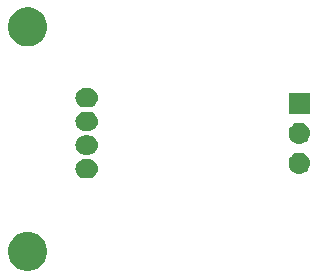
<source format=gbs>
G04 #@! TF.GenerationSoftware,KiCad,Pcbnew,(5.1.2)-1*
G04 #@! TF.CreationDate,2022-08-21T12:43:38+09:00*
G04 #@! TF.ProjectId,conv,636f6e76-2e6b-4696-9361-645f70636258,v1.1*
G04 #@! TF.SameCoordinates,Original*
G04 #@! TF.FileFunction,Soldermask,Bot*
G04 #@! TF.FilePolarity,Negative*
%FSLAX46Y46*%
G04 Gerber Fmt 4.6, Leading zero omitted, Abs format (unit mm)*
G04 Created by KiCad (PCBNEW (5.1.2)-1) date 2022-08-21 12:43:38*
%MOMM*%
%LPD*%
G04 APERTURE LIST*
%ADD10C,0.100000*%
G04 APERTURE END LIST*
D10*
G36*
X103375256Y-110391298D02*
G01*
X103481579Y-110412447D01*
X103782042Y-110536903D01*
X104052451Y-110717585D01*
X104282415Y-110947549D01*
X104463097Y-111217958D01*
X104587553Y-111518421D01*
X104651000Y-111837391D01*
X104651000Y-112162609D01*
X104587553Y-112481579D01*
X104463097Y-112782042D01*
X104282415Y-113052451D01*
X104052451Y-113282415D01*
X103782042Y-113463097D01*
X103481579Y-113587553D01*
X103375256Y-113608702D01*
X103162611Y-113651000D01*
X102837389Y-113651000D01*
X102624744Y-113608702D01*
X102518421Y-113587553D01*
X102217958Y-113463097D01*
X101947549Y-113282415D01*
X101717585Y-113052451D01*
X101536903Y-112782042D01*
X101412447Y-112481579D01*
X101349000Y-112162609D01*
X101349000Y-111837391D01*
X101412447Y-111518421D01*
X101536903Y-111217958D01*
X101717585Y-110947549D01*
X101947549Y-110717585D01*
X102217958Y-110536903D01*
X102518421Y-110412447D01*
X102624744Y-110391298D01*
X102837389Y-110349000D01*
X103162611Y-110349000D01*
X103375256Y-110391298D01*
X103375256Y-110391298D01*
G37*
G36*
X108217747Y-104190921D02*
G01*
X108297376Y-104198764D01*
X108450627Y-104245252D01*
X108450630Y-104245253D01*
X108591863Y-104320744D01*
X108715659Y-104422341D01*
X108817256Y-104546137D01*
X108892747Y-104687370D01*
X108892748Y-104687373D01*
X108939236Y-104840624D01*
X108954933Y-105000000D01*
X108939236Y-105159376D01*
X108932923Y-105180186D01*
X108892747Y-105312630D01*
X108817256Y-105453863D01*
X108715659Y-105577659D01*
X108591863Y-105679256D01*
X108450630Y-105754747D01*
X108450627Y-105754748D01*
X108297376Y-105801236D01*
X108217747Y-105809079D01*
X108177934Y-105813000D01*
X107822066Y-105813000D01*
X107782253Y-105809079D01*
X107702624Y-105801236D01*
X107549373Y-105754748D01*
X107549370Y-105754747D01*
X107408137Y-105679256D01*
X107284341Y-105577659D01*
X107182744Y-105453863D01*
X107107253Y-105312630D01*
X107067077Y-105180186D01*
X107060764Y-105159376D01*
X107045067Y-105000000D01*
X107060764Y-104840624D01*
X107107252Y-104687373D01*
X107107253Y-104687370D01*
X107182744Y-104546137D01*
X107284341Y-104422341D01*
X107408137Y-104320744D01*
X107549370Y-104245253D01*
X107549373Y-104245252D01*
X107702624Y-104198764D01*
X107782253Y-104190921D01*
X107822066Y-104187000D01*
X108177934Y-104187000D01*
X108217747Y-104190921D01*
X108217747Y-104190921D01*
G37*
G36*
X126110442Y-103645518D02*
G01*
X126176627Y-103652037D01*
X126346466Y-103703557D01*
X126502991Y-103787222D01*
X126520067Y-103801236D01*
X126640186Y-103899814D01*
X126723448Y-104001271D01*
X126752778Y-104037009D01*
X126752779Y-104037011D01*
X126832951Y-104187000D01*
X126836443Y-104193534D01*
X126887963Y-104363373D01*
X126905359Y-104540000D01*
X126887963Y-104716627D01*
X126836443Y-104886466D01*
X126752778Y-105042991D01*
X126723448Y-105078729D01*
X126640186Y-105180186D01*
X126538729Y-105263448D01*
X126502991Y-105292778D01*
X126346466Y-105376443D01*
X126176627Y-105427963D01*
X126110443Y-105434481D01*
X126044260Y-105441000D01*
X125955740Y-105441000D01*
X125889557Y-105434481D01*
X125823373Y-105427963D01*
X125653534Y-105376443D01*
X125497009Y-105292778D01*
X125461271Y-105263448D01*
X125359814Y-105180186D01*
X125276552Y-105078729D01*
X125247222Y-105042991D01*
X125163557Y-104886466D01*
X125112037Y-104716627D01*
X125094641Y-104540000D01*
X125112037Y-104363373D01*
X125163557Y-104193534D01*
X125167050Y-104187000D01*
X125247221Y-104037011D01*
X125247222Y-104037009D01*
X125276552Y-104001271D01*
X125359814Y-103899814D01*
X125479933Y-103801236D01*
X125497009Y-103787222D01*
X125653534Y-103703557D01*
X125823373Y-103652037D01*
X125889558Y-103645518D01*
X125955740Y-103639000D01*
X126044260Y-103639000D01*
X126110442Y-103645518D01*
X126110442Y-103645518D01*
G37*
G36*
X108217747Y-102190921D02*
G01*
X108297376Y-102198764D01*
X108450627Y-102245252D01*
X108450630Y-102245253D01*
X108591863Y-102320744D01*
X108715659Y-102422341D01*
X108817256Y-102546137D01*
X108892747Y-102687370D01*
X108892748Y-102687373D01*
X108939236Y-102840624D01*
X108954933Y-103000000D01*
X108939236Y-103159376D01*
X108892748Y-103312627D01*
X108892747Y-103312630D01*
X108817256Y-103453863D01*
X108715659Y-103577659D01*
X108591863Y-103679256D01*
X108450630Y-103754747D01*
X108450627Y-103754748D01*
X108297376Y-103801236D01*
X108217747Y-103809079D01*
X108177934Y-103813000D01*
X107822066Y-103813000D01*
X107782253Y-103809079D01*
X107702624Y-103801236D01*
X107549373Y-103754748D01*
X107549370Y-103754747D01*
X107408137Y-103679256D01*
X107284341Y-103577659D01*
X107182744Y-103453863D01*
X107107253Y-103312630D01*
X107107252Y-103312627D01*
X107060764Y-103159376D01*
X107045067Y-103000000D01*
X107060764Y-102840624D01*
X107107252Y-102687373D01*
X107107253Y-102687370D01*
X107182744Y-102546137D01*
X107284341Y-102422341D01*
X107408137Y-102320744D01*
X107549370Y-102245253D01*
X107549373Y-102245252D01*
X107702624Y-102198764D01*
X107782253Y-102190921D01*
X107822066Y-102187000D01*
X108177934Y-102187000D01*
X108217747Y-102190921D01*
X108217747Y-102190921D01*
G37*
G36*
X126110442Y-101105518D02*
G01*
X126176627Y-101112037D01*
X126346466Y-101163557D01*
X126502991Y-101247222D01*
X126538729Y-101276552D01*
X126640186Y-101359814D01*
X126717369Y-101453863D01*
X126752778Y-101497009D01*
X126836443Y-101653534D01*
X126887963Y-101823373D01*
X126905359Y-102000000D01*
X126887963Y-102176627D01*
X126836443Y-102346466D01*
X126752778Y-102502991D01*
X126723448Y-102538729D01*
X126640186Y-102640186D01*
X126538729Y-102723448D01*
X126502991Y-102752778D01*
X126346466Y-102836443D01*
X126176627Y-102887963D01*
X126110443Y-102894481D01*
X126044260Y-102901000D01*
X125955740Y-102901000D01*
X125889558Y-102894482D01*
X125823373Y-102887963D01*
X125653534Y-102836443D01*
X125497009Y-102752778D01*
X125461271Y-102723448D01*
X125359814Y-102640186D01*
X125276552Y-102538729D01*
X125247222Y-102502991D01*
X125163557Y-102346466D01*
X125112037Y-102176627D01*
X125094641Y-102000000D01*
X125112037Y-101823373D01*
X125163557Y-101653534D01*
X125247222Y-101497009D01*
X125282631Y-101453863D01*
X125359814Y-101359814D01*
X125461271Y-101276552D01*
X125497009Y-101247222D01*
X125653534Y-101163557D01*
X125823373Y-101112037D01*
X125889558Y-101105518D01*
X125955740Y-101099000D01*
X126044260Y-101099000D01*
X126110442Y-101105518D01*
X126110442Y-101105518D01*
G37*
G36*
X108217747Y-100190921D02*
G01*
X108297376Y-100198764D01*
X108450627Y-100245252D01*
X108450630Y-100245253D01*
X108591863Y-100320744D01*
X108715659Y-100422341D01*
X108817256Y-100546137D01*
X108892747Y-100687370D01*
X108892748Y-100687373D01*
X108939236Y-100840624D01*
X108954933Y-101000000D01*
X108939236Y-101159376D01*
X108912588Y-101247222D01*
X108892747Y-101312630D01*
X108817256Y-101453863D01*
X108715659Y-101577659D01*
X108591863Y-101679256D01*
X108450630Y-101754747D01*
X108450627Y-101754748D01*
X108297376Y-101801236D01*
X108217747Y-101809079D01*
X108177934Y-101813000D01*
X107822066Y-101813000D01*
X107782253Y-101809079D01*
X107702624Y-101801236D01*
X107549373Y-101754748D01*
X107549370Y-101754747D01*
X107408137Y-101679256D01*
X107284341Y-101577659D01*
X107182744Y-101453863D01*
X107107253Y-101312630D01*
X107087412Y-101247222D01*
X107060764Y-101159376D01*
X107045067Y-101000000D01*
X107060764Y-100840624D01*
X107107252Y-100687373D01*
X107107253Y-100687370D01*
X107182744Y-100546137D01*
X107284341Y-100422341D01*
X107408137Y-100320744D01*
X107549370Y-100245253D01*
X107549373Y-100245252D01*
X107702624Y-100198764D01*
X107782253Y-100190921D01*
X107822066Y-100187000D01*
X108177934Y-100187000D01*
X108217747Y-100190921D01*
X108217747Y-100190921D01*
G37*
G36*
X126901000Y-100361000D02*
G01*
X125099000Y-100361000D01*
X125099000Y-98559000D01*
X126901000Y-98559000D01*
X126901000Y-100361000D01*
X126901000Y-100361000D01*
G37*
G36*
X108217747Y-98190921D02*
G01*
X108297376Y-98198764D01*
X108450627Y-98245252D01*
X108450630Y-98245253D01*
X108591863Y-98320744D01*
X108715659Y-98422341D01*
X108817256Y-98546137D01*
X108892747Y-98687370D01*
X108892748Y-98687373D01*
X108939236Y-98840624D01*
X108954933Y-99000000D01*
X108939236Y-99159376D01*
X108892748Y-99312627D01*
X108892747Y-99312630D01*
X108817256Y-99453863D01*
X108715659Y-99577659D01*
X108591863Y-99679256D01*
X108450630Y-99754747D01*
X108450627Y-99754748D01*
X108297376Y-99801236D01*
X108217747Y-99809079D01*
X108177934Y-99813000D01*
X107822066Y-99813000D01*
X107782253Y-99809079D01*
X107702624Y-99801236D01*
X107549373Y-99754748D01*
X107549370Y-99754747D01*
X107408137Y-99679256D01*
X107284341Y-99577659D01*
X107182744Y-99453863D01*
X107107253Y-99312630D01*
X107107252Y-99312627D01*
X107060764Y-99159376D01*
X107045067Y-99000000D01*
X107060764Y-98840624D01*
X107107252Y-98687373D01*
X107107253Y-98687370D01*
X107182744Y-98546137D01*
X107284341Y-98422341D01*
X107408137Y-98320744D01*
X107549370Y-98245253D01*
X107549373Y-98245252D01*
X107702624Y-98198764D01*
X107782253Y-98190921D01*
X107822066Y-98187000D01*
X108177934Y-98187000D01*
X108217747Y-98190921D01*
X108217747Y-98190921D01*
G37*
G36*
X103375256Y-91391298D02*
G01*
X103481579Y-91412447D01*
X103782042Y-91536903D01*
X104052451Y-91717585D01*
X104282415Y-91947549D01*
X104463097Y-92217958D01*
X104587553Y-92518421D01*
X104651000Y-92837391D01*
X104651000Y-93162609D01*
X104587553Y-93481579D01*
X104463097Y-93782042D01*
X104282415Y-94052451D01*
X104052451Y-94282415D01*
X103782042Y-94463097D01*
X103481579Y-94587553D01*
X103375256Y-94608702D01*
X103162611Y-94651000D01*
X102837389Y-94651000D01*
X102624744Y-94608702D01*
X102518421Y-94587553D01*
X102217958Y-94463097D01*
X101947549Y-94282415D01*
X101717585Y-94052451D01*
X101536903Y-93782042D01*
X101412447Y-93481579D01*
X101349000Y-93162609D01*
X101349000Y-92837391D01*
X101412447Y-92518421D01*
X101536903Y-92217958D01*
X101717585Y-91947549D01*
X101947549Y-91717585D01*
X102217958Y-91536903D01*
X102518421Y-91412447D01*
X102624744Y-91391298D01*
X102837389Y-91349000D01*
X103162611Y-91349000D01*
X103375256Y-91391298D01*
X103375256Y-91391298D01*
G37*
M02*

</source>
